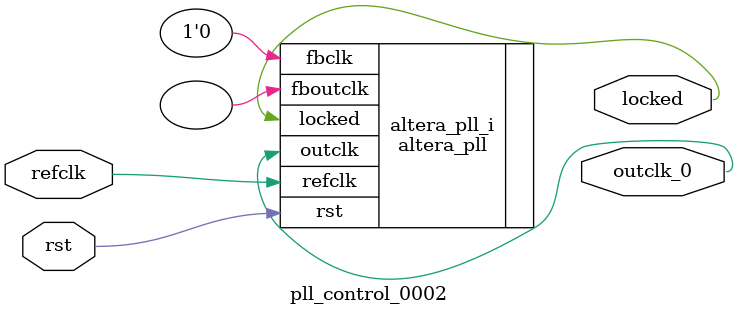
<source format=v>
`timescale 1ns/10ps
module  pll_control_0002(

	// interface 'refclk'
	input wire refclk,

	// interface 'reset'
	input wire rst,

	// interface 'outclk0'
	output wire outclk_0,

	// interface 'locked'
	output wire locked
);

	altera_pll #(
		.fractional_vco_multiplier("false"),
		.reference_clock_frequency("50.0 MHz"),
		.operation_mode("direct"),
		.number_of_clocks(1),
		.output_clock_frequency0("126.000000 MHz"),
		.phase_shift0("0 ps"),
		.duty_cycle0(50),
		.output_clock_frequency1("0 MHz"),
		.phase_shift1("0 ps"),
		.duty_cycle1(50),
		.output_clock_frequency2("0 MHz"),
		.phase_shift2("0 ps"),
		.duty_cycle2(50),
		.output_clock_frequency3("0 MHz"),
		.phase_shift3("0 ps"),
		.duty_cycle3(50),
		.output_clock_frequency4("0 MHz"),
		.phase_shift4("0 ps"),
		.duty_cycle4(50),
		.output_clock_frequency5("0 MHz"),
		.phase_shift5("0 ps"),
		.duty_cycle5(50),
		.output_clock_frequency6("0 MHz"),
		.phase_shift6("0 ps"),
		.duty_cycle6(50),
		.output_clock_frequency7("0 MHz"),
		.phase_shift7("0 ps"),
		.duty_cycle7(50),
		.output_clock_frequency8("0 MHz"),
		.phase_shift8("0 ps"),
		.duty_cycle8(50),
		.output_clock_frequency9("0 MHz"),
		.phase_shift9("0 ps"),
		.duty_cycle9(50),
		.output_clock_frequency10("0 MHz"),
		.phase_shift10("0 ps"),
		.duty_cycle10(50),
		.output_clock_frequency11("0 MHz"),
		.phase_shift11("0 ps"),
		.duty_cycle11(50),
		.output_clock_frequency12("0 MHz"),
		.phase_shift12("0 ps"),
		.duty_cycle12(50),
		.output_clock_frequency13("0 MHz"),
		.phase_shift13("0 ps"),
		.duty_cycle13(50),
		.output_clock_frequency14("0 MHz"),
		.phase_shift14("0 ps"),
		.duty_cycle14(50),
		.output_clock_frequency15("0 MHz"),
		.phase_shift15("0 ps"),
		.duty_cycle15(50),
		.output_clock_frequency16("0 MHz"),
		.phase_shift16("0 ps"),
		.duty_cycle16(50),
		.output_clock_frequency17("0 MHz"),
		.phase_shift17("0 ps"),
		.duty_cycle17(50),
		.pll_type("General"),
		.pll_subtype("General")
	) altera_pll_i (
		.rst	(rst),
		.outclk	({outclk_0}),
		.locked	(locked),
		.fboutclk	( ),
		.fbclk	(1'b0),
		.refclk	(refclk)
	);
endmodule


</source>
